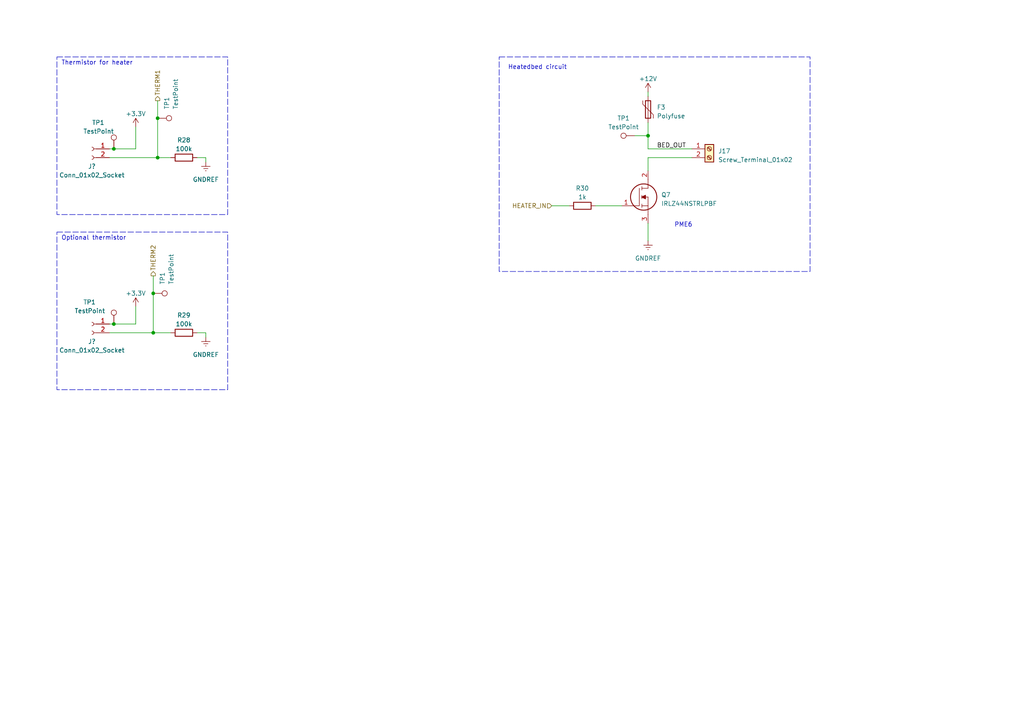
<source format=kicad_sch>
(kicad_sch (version 20230121) (generator eeschema)
  (paper "A4")
  (title_block (title "Greenhouse project FRDM-KL25Z hat") (date "16-03-2023") (rev "v4.0") (company "OnlyPlants") (comment 1 "Author: Emiel Visser"))
  (lib_symbols
    (symbol "Connector:Conn_01x02_Socket" (pin_names (offset 1.016) hide)
      (property "Reference" "J" (at 0 2.54 0))
      (property "Value" "Conn_01x02_Socket" (at 0 -5.08 0))
      (symbol "Conn_01x02_Socket_1_1"
        (arc (start 0 -2.032) (mid -0.5058 -2.54) (end 0 -3.048) (stroke (width 0.1524)))
        (polyline (pts (xy -1.27 -2.54) (xy -0.508 -2.54)) (stroke (width 0.1524)))
        (polyline (pts (xy -1.27 0) (xy -0.508 0)) (stroke (width 0.1524)))
        (arc (start 0 0.508) (mid -0.5058 0) (end 0 -0.508) (stroke (width 0.1524)))
        (pin passive line (at -5.08 0 0) (length 3.81) (name "Pin_1") (number "1"))
        (pin passive line (at -5.08 -2.54 0) (length 3.81) (name "Pin_2") (number "2"))
      )
    )
    (symbol "Connector:Screw_Terminal_01x02" (pin_names (offset 1.016) hide)
      (property "Reference" "J" (at 0 2.54 0))
      (property "Value" "Screw_Terminal_01x02" (at 0 -5.08 0))
      (symbol "Screw_Terminal_01x02_1_1"
        (rectangle (start -1.27 1.27) (end 1.27 -3.81) (stroke (width 0.254)) (fill (type background)))
        (circle (center 0 -2.54) (radius 0.635) (stroke (width 0.1524)))
        (polyline (pts (xy -0.5334 -2.2098) (xy 0.3302 -3.048)) (stroke (width 0.1524)))
        (polyline (pts (xy -0.5334 0.3302) (xy 0.3302 -0.508)) (stroke (width 0.1524)))
        (polyline (pts (xy -0.3556 -2.032) (xy 0.508 -2.8702)) (stroke (width 0.1524)))
        (polyline (pts (xy -0.3556 0.508) (xy 0.508 -0.3302)) (stroke (width 0.1524)))
        (circle (center 0 0) (radius 0.635) (stroke (width 0.1524)))
        (pin passive line (at -5.08 0 0) (length 3.81) (name "Pin_1") (number "1"))
        (pin passive line (at -5.08 -2.54 0) (length 3.81) (name "Pin_2") (number "2"))
      )
    )
    (symbol "Connector:TestPoint" (pin_numbers hide) (pin_names (offset 0.762) hide)
      (property "Reference" "TP" (at 0 6.858 0))
      (property "Value" "TestPoint" (at 0 5.08 0))
      (symbol "TestPoint_0_1"
        (circle (center 0 3.302) (radius 0.762))
      )
      (symbol "TestPoint_1_1"
        (pin passive line (at 0 0 90) (length 2.54) (name "1") (number "1"))
      )
    )
    (symbol "Device:Polyfuse" (pin_numbers hide) (pin_names (offset 0))
      (property "Reference" "F" (at -2.54 0 90))
      (property "Value" "Polyfuse" (at 2.54 0 90))
      (symbol "Polyfuse_0_1"
        (rectangle (start -0.762 2.54) (end 0.762 -2.54) (stroke (width 0.254)))
        (polyline (pts (xy 0 2.54) (xy 0 -2.54)))
        (polyline (pts (xy -1.524 2.54) (xy -1.524 1.524) (xy 1.524 -1.524) (xy 1.524 -2.54)))
      )
      (symbol "Polyfuse_1_1"
        (pin passive line (at 0 3.81 270) (length 1.27) (name "~") (number "1"))
        (pin passive line (at 0 -3.81 90) (length 1.27) (name "~") (number "2"))
      )
    )
    (symbol "Device:R" (pin_numbers hide) (pin_names (offset 0))
      (property "Reference" "R" (at 2.032 0 90))
      (property "Value" "R" (at 0 0 90))
      (symbol "R_0_1"
        (rectangle (start -1.016 -2.54) (end 1.016 2.54) (stroke (width 0.254)))
      )
      (symbol "R_1_1"
        (pin passive line (at 0 3.81 270) (length 1.27) (name "~") (number "1"))
        (pin passive line (at 0 -3.81 90) (length 1.27) (name "~") (number "2"))
      )
    )
    (symbol "SamacSys_Parts:IRLZ44NSTRLPBF" (pin_names (offset 0.762))
      (property "Reference" "Q" (at 11.43 3.81 0))
      (property "Value" "IRLZ44NSTRLPBF" (at 11.43 1.27 0))
      (symbol "IRLZ44NSTRLPBF_0_0"
        (pin passive line (at 0 0 0) (length 2.54) (name "~") (number "1"))
        (pin passive line (at 7.62 10.16 270) (length 2.54) (name "~") (number "2"))
        (pin passive line (at 7.62 -5.08 90) (length 2.54) (name "~") (number "3"))
      )
      (symbol "IRLZ44NSTRLPBF_0_1"
        (polyline (pts (xy 5.842 -0.508) (xy 5.842 0.508)) (stroke (width 0.1524)))
        (polyline (pts (xy 5.842 0) (xy 7.62 0)) (stroke (width 0.1524)))
        (polyline (pts (xy 5.842 2.032) (xy 5.842 3.048)) (stroke (width 0.1524)))
        (polyline (pts (xy 5.842 5.588) (xy 5.842 4.572)) (stroke (width 0.1524)))
        (polyline (pts (xy 7.62 2.54) (xy 5.842 2.54)) (stroke (width 0.1524)))
        (polyline (pts (xy 7.62 2.54) (xy 7.62 -2.54)) (stroke (width 0.1524)))
        (polyline (pts (xy 7.62 5.08) (xy 5.842 5.08)) (stroke (width 0.1524)))
        (polyline (pts (xy 7.62 5.08) (xy 7.62 7.62)) (stroke (width 0.1524)))
        (polyline (pts (xy 2.54 0) (xy 5.08 0) (xy 5.08 5.08)) (stroke (width 0.1524)))
        (polyline (pts (xy 5.842 2.54) (xy 6.858 3.048) (xy 6.858 2.032) (xy 5.842 2.54)) (stroke (width 0.254)) (fill (type outline)))
        (circle (center 6.35 2.54) (radius 3.81) (stroke (width 0.254)))
      )
    )
    (symbol "power:+12V" (power) (pin_names (offset 0))
      (property "Value" "+12V" (at 0 3.556 0))
      (symbol "+12V_0_1"
        (polyline (pts (xy -0.762 1.27) (xy 0 2.54)))
        (polyline (pts (xy 0 0) (xy 0 2.54)))
        (polyline (pts (xy 0 2.54) (xy 0.762 1.27)))
      )
      (symbol "+12V_1_1"
        (pin power_in line (at 0 0 90) (length 0) hide (name "+12V") (number "1"))
      )
    )
    (symbol "power:+3.3V" (power) (pin_names (offset 0))
      (property "Value" "+3.3V" (at 0 3.556 0))
      (symbol "+3.3V_0_1"
        (polyline (pts (xy -0.762 1.27) (xy 0 2.54)))
        (polyline (pts (xy 0 0) (xy 0 2.54)))
        (polyline (pts (xy 0 2.54) (xy 0.762 1.27)))
      )
      (symbol "+3.3V_1_1"
        (pin power_in line (at 0 0 90) (length 0) hide (name "+3.3V") (number "1"))
      )
    )
    (symbol "power:GNDREF" (power) (pin_names (offset 0))
      (property "Value" "GNDREF" (at 0 -3.81 0))
      (symbol "GNDREF_0_1"
        (polyline (pts (xy -0.635 -1.905) (xy 0.635 -1.905)))
        (polyline (pts (xy -0.127 -2.54) (xy 0.127 -2.54)))
        (polyline (pts (xy 0 -1.27) (xy 0 0)))
        (polyline (pts (xy 1.27 -1.27) (xy -1.27 -1.27)))
      )
      (symbol "GNDREF_1_1"
        (pin power_in line (at 0 0 270) (length 0) hide (name "GNDREF") (number "1"))
      )
    )
  )
  (junction (at 44.45 85.09))
  (junction (at 44.45 96.52))
  (junction (at 187.96 39.37))
  (junction (at 45.72 45.72))
  (junction (at 33.02 93.98))
  (junction (at 45.72 34.29))
  (junction (at 33.02 43.18))
  (wire (pts (xy 31.75 96.52) (xy 44.45 96.52)))
  (wire (pts (xy 44.45 85.09) (xy 44.45 96.52)))
  (wire (pts (xy 45.72 34.29) (xy 45.72 45.72)))
  (wire (pts (xy 33.02 93.98) (xy 39.37 93.98)))
  (wire (pts (xy 59.69 96.52) (xy 59.69 97.79)))
  (wire (pts (xy 31.75 93.98) (xy 33.02 93.98)))
  (wire (pts (xy 187.96 64.77) (xy 187.96 69.85)))
  (wire (pts (xy 33.02 43.18) (xy 39.37 43.18)))
  (wire (pts (xy 31.75 43.18) (xy 33.02 43.18)))
  (wire (pts (xy 44.45 85.09) (xy 44.45 80.01)))
  (wire (pts (xy 187.96 26.67) (xy 187.96 27.94)))
  (wire (pts (xy 187.96 45.72) (xy 187.96 49.53)))
  (wire (pts (xy 200.66 45.72) (xy 187.96 45.72)))
  (wire (pts (xy 45.72 34.29) (xy 45.72 29.21)))
  (wire (pts (xy 39.37 88.9) (xy 39.37 93.98)))
  (wire (pts (xy 187.96 43.18) (xy 200.66 43.18)))
  (wire (pts (xy 187.96 39.37) (xy 187.96 43.18)))
  (wire (pts (xy 39.37 36.83) (xy 39.37 43.18)))
  (wire (pts (xy 172.72 59.69) (xy 180.34 59.69)))
  (wire (pts (xy 160.02 59.69) (xy 165.1 59.69)))
  (wire (pts (xy 45.72 45.72) (xy 49.53 45.72)))
  (wire (pts (xy 44.45 96.52) (xy 49.53 96.52)))
  (wire (pts (xy 31.75 45.72) (xy 45.72 45.72)))
  (wire (pts (xy 57.15 96.52) (xy 59.69 96.52)))
  (wire (pts (xy 59.69 46.99) (xy 59.69 45.72)))
  (wire (pts (xy 184.15 39.37) (xy 187.96 39.37)))
  (wire (pts (xy 57.15 45.72) (xy 59.69 45.72)))
  (wire (pts (xy 187.96 35.56) (xy 187.96 39.37)))
  (rectangle (start 144.78 16.51) (end 234.95 78.74) (stroke (width 0) (type dash)))
  (rectangle (start 16.51 16.51) (end 66.04 62.23) (stroke (width 0) (type dash)))
  (rectangle (start 16.51 67.31) (end 66.04 113.03) (stroke (width 0) (type dash)))
  (text "Heatedbed circuit" (at 147.32 20.32 0) (effects (font (size 1.27 1.27)) (justify left bottom)))
  (text "Optional thermistor" (at 17.78 69.85 0) (effects (font (size 1.27 1.27)) (justify left bottom)))
  (text "PME6" (at 195.58 66.04 0) (effects (font (size 1.27 1.27)) (justify left bottom)))
  (text "Thermistor for heater" (at 17.78 19.05 0) (effects (font (size 1.27 1.27)) (justify left bottom)))
  (label "BED_OUT" (at 190.5 43.18 0))
  (hierarchical_label "THERM2" (shape output) (at 44.45 80.01 90))
  (hierarchical_label "THERM1" (shape output) (at 45.72 29.21 90))
  (hierarchical_label "HEATER_IN" (shape input) (at 160.02 59.69 180))
  (symbol (lib_id "power:+3.3V") (at 39.37 88.9 0) (unit 1)
    (property "Reference" "#PWR063" (effects hide))
    (property "Value" "+3.3V" (at 39.37 85.09 0))
  )
  (symbol (lib_id "power:+3.3V") (at 39.37 36.83 0) (unit 1)
    (property "Reference" "#PWR062" (effects hide))
    (property "Value" "+3.3V" (at 39.37 33.02 0))
  )
  (symbol (lib_id "Device:Polyfuse") (at 187.96 31.75 0) (unit 1)
    (property "Reference" "F3" (at 190.5 31.115 0) (effects (justify left)))
    (property "Value" "Polyfuse" (at 190.5 33.655 0) (effects (justify left)))
    (property "Footprint" "Fuse:Fuse_2920_7451Metric_Pad2.10x5.45mm_HandSolder" (effects hide))
  )
  (symbol (lib_id "Connector:TestPoint") (at 33.02 43.18 0) (unit 1)
    (property "Reference" "TP1" (at 26.67 35.56 0) (effects (justify left)))
    (property "Value" "TestPoint" (at 24.13 38.1 0) (effects (justify left)))
    (property "Footprint" "TestPoint:TestPoint_Pad_D2.0mm" (effects hide))
    (instances (project "greenhouse_project_hat" (path "" (reference "TP1") (unit 1)) (path "" (reference "TP19") (unit 1))))
  )
  (symbol (lib_id "Connector:Screw_Terminal_01x02") (at 205.74 43.18 0) (unit 1)
    (property "Reference" "J17" (at 208.28 43.815 0) (effects (justify left)))
    (property "Value" "Screw_Terminal_01x02" (at 208.28 46.355 0) (effects (justify left)))
    (property "Footprint" "TerminalBlock:TerminalBlock_bornier-2_P5.08mm" (effects hide))
  )
  (symbol (lib_id "SamacSys_Parts:IRLZ44NSTRLPBF") (at 180.34 59.69 0) (unit 1)
    (property "Reference" "Q7" (at 191.77 56.515 0) (effects (justify left)))
    (property "Value" "IRLZ44NSTRLPBF" (at 191.77 59.055 0) (effects (justify left)))
    (property "Footprint" "SamacSys_Parts:IRF2804STRLPBF" (effects hide))
    (property "Datasheet" "https://www.infineon.com/dgdl/irlz44nspbf.pdf?fileId=5546d462533600a40153567221272727" (effects hide))
    (property "Description" "Infineon IRLZ44NSTRLPBF N-channel MOSFET, 47 A, 55 V HEXFET, 3-Pin D2PAK" (effects hide))
    (property "Height" "4.83" (effects hide))
    (property "Manufacturer_Name" "Infineon" (effects hide))
    (property "Manufacturer_Part_Number" "IRLZ44NSTRLPBF" (effects hide))
    (property "Mouser Part Number" "942-IRLZ44NSTRLPBF" (effects hide))
    (property "Mouser Price/Stock" "https://www.mouser.co.uk/ProductDetail/Infineon-Technologies/IRLZ44NSTRLPBF?qs=9%252BKlkBgLFf1LijFJvUznEg%3D%3D" (effects hide))
    (property "Arrow Part Number" "IRLZ44NSTRLPBF" (effects hide))
    (property "Arrow Price/Stock" "https://www.arrow.com/en/products/irlz44nstrlpbf/infineon-technologies-ag?region=nac" (effects hide))
  )
  (symbol (lib_id "Connector:Conn_01x02_Socket") (at 26.67 93.98 0) (mirror y) (unit 1)
    (property "Reference" "J?" (at 26.67 99.06 0))
    (property "Value" "Conn_01x02_Socket" (at 26.67 101.6 0))
    (property "Footprint" "Connector_JST:JST_PH_B2B-PH-K_1x02_P2.00mm_Vertical" (effects hide))
    (instances (project "greenhouse_project_hat" (path "" (reference "J?") (unit 1)) (path "" (reference "J?") (unit 1)) (path "" (reference "J16") (unit 1))))
  )
  (symbol (lib_id "Device:R") (at 168.91 59.69 90) (mirror x) (unit 1)
    (property "Reference" "R30" (at 168.91 54.61 90))
    (property "Value" "1k" (at 168.91 57.15 90))
    (property "Footprint" "Resistor_SMD:R_1206_3216Metric_Pad1.30x1.75mm_HandSolder" (effects hide))
  )
  (symbol (lib_id "power:GNDREF") (at 59.69 97.79 0) (unit 1)
    (property "Reference" "#PWR065" (effects hide))
    (property "Value" "GNDREF" (at 59.69 102.87 0))
  )
  (symbol (lib_id "Device:R") (at 53.34 45.72 90) (unit 1)
    (property "Reference" "R28" (at 53.34 40.64 90))
    (property "Value" "100k" (at 53.34 43.18 90))
    (property "Footprint" "Resistor_SMD:R_1206_3216Metric_Pad1.30x1.75mm_HandSolder" (effects hide))
  )
  (symbol (lib_id "Connector:TestPoint") (at 184.15 39.37 90) (unit 1)
    (property "Reference" "TP1" (at 180.848 34.29 90))
    (property "Value" "TestPoint" (at 180.848 36.83 90))
    (property "Footprint" "TestPoint:TestPoint_Pad_D2.0mm" (effects hide))
    (instances (project "greenhouse_project_hat" (path "" (reference "TP1") (unit 1)) (path "" (reference "TP23") (unit 1))))
  )
  (symbol (lib_id "Connector:TestPoint") (at 33.02 93.98 0) (unit 1)
    (property "Reference" "TP1" (at 24.13 87.63 0) (effects (justify left)))
    (property "Value" "TestPoint" (at 21.59 90.17 0) (effects (justify left)))
    (property "Footprint" "TestPoint:TestPoint_Pad_D2.0mm" (effects hide))
    (instances (project "greenhouse_project_hat" (path "" (reference "TP1") (unit 1)) (path "" (reference "TP20") (unit 1))))
  )
  (symbol (lib_id "power:GNDREF") (at 59.69 46.99 0) (unit 1)
    (property "Reference" "#PWR064" (effects hide))
    (property "Value" "GNDREF" (at 59.69 52.07 0))
  )
  (symbol (lib_id "Connector:TestPoint") (at 45.72 34.29 270) (unit 1)
    (property "Reference" "TP1" (at 48.387 31.75 0) (effects (justify right)))
    (property "Value" "TestPoint" (at 50.927 31.75 0) (effects (justify right)))
    (property "Footprint" "TestPoint:TestPoint_Pad_D2.0mm" (effects hide))
    (instances (project "greenhouse_project_hat" (path "" (reference "TP1") (unit 1)) (path "" (reference "TP22") (unit 1))))
  )
  (symbol (lib_id "power:+12V") (at 187.96 26.67 0) (unit 1)
    (property "Reference" "#PWR066" (effects hide))
    (property "Value" "+12V" (at 187.96 22.86 0))
  )
  (symbol (lib_id "Connector:Conn_01x02_Socket") (at 26.67 43.18 0) (mirror y) (unit 1)
    (property "Reference" "J?" (at 26.67 48.26 0))
    (property "Value" "Conn_01x02_Socket" (at 26.67 50.8 0))
    (property "Footprint" "Connector_JST:JST_PH_B2B-PH-K_1x02_P2.00mm_Vertical" (effects hide))
    (instances (project "greenhouse_project_hat" (path "" (reference "J?") (unit 1)) (path "" (reference "J?") (unit 1)) (path "" (reference "J15") (unit 1))))
  )
  (symbol (lib_id "Connector:TestPoint") (at 44.45 85.09 270) (unit 1)
    (property "Reference" "TP1" (at 47.117 82.55 0) (effects (justify right)))
    (property "Value" "TestPoint" (at 49.657 82.55 0) (effects (justify right)))
    (property "Footprint" "TestPoint:TestPoint_Pad_D2.0mm" (effects hide))
    (instances (project "greenhouse_project_hat" (path "" (reference "TP1") (unit 1)) (path "" (reference "TP21") (unit 1))))
  )
  (symbol (lib_id "power:GNDREF") (at 187.96 69.85 0) (unit 1)
    (property "Reference" "#PWR067" (effects hide))
    (property "Value" "GNDREF" (at 187.96 74.93 0))
  )
  (symbol (lib_id "Device:R") (at 53.34 96.52 90) (unit 1)
    (property "Reference" "R29" (at 53.34 91.44 90))
    (property "Value" "100k" (at 53.34 93.98 90))
    (property "Footprint" "Resistor_SMD:R_1206_3216Metric_Pad1.30x1.75mm_HandSolder" (effects hide))
  )
)
</source>
